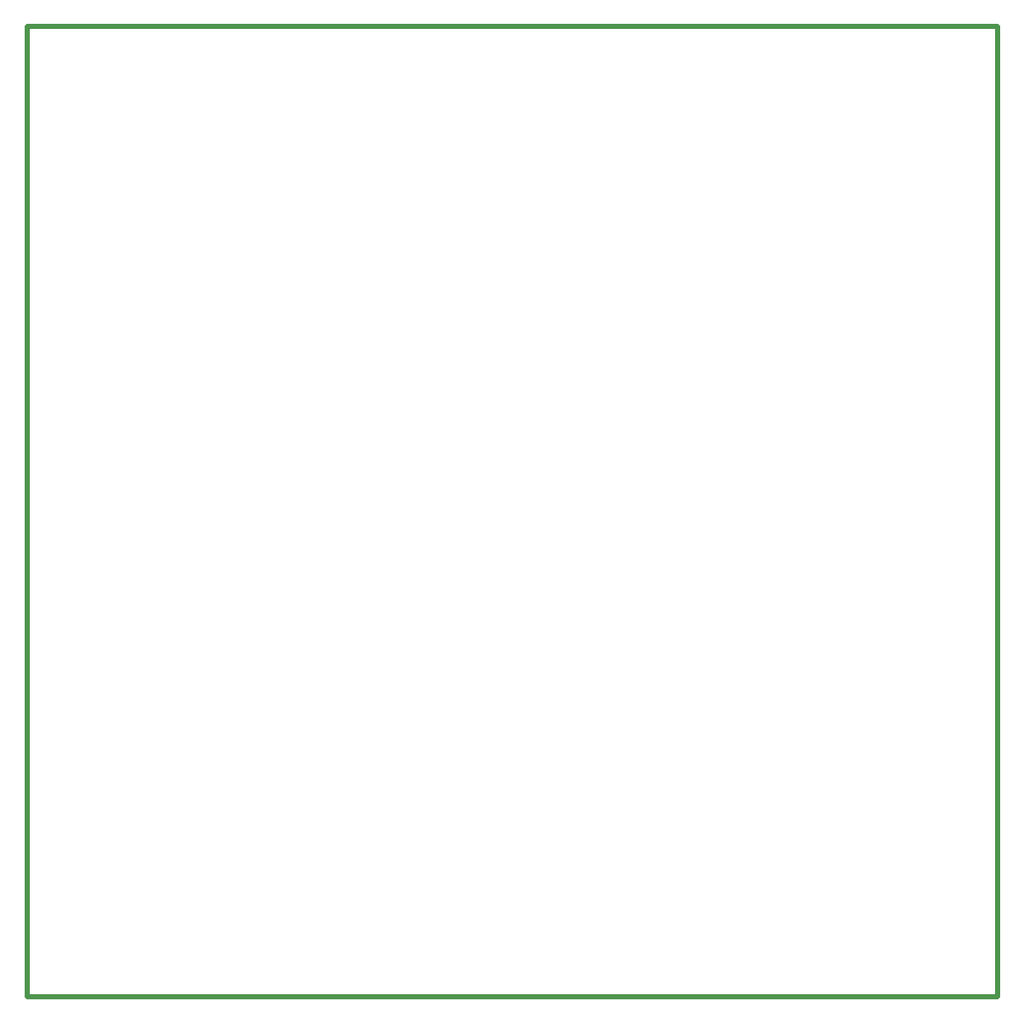
<source format=gko>
G04*
G04 #@! TF.GenerationSoftware,Altium Limited,Altium Designer,20.1.14 (287)*
G04*
G04 Layer_Color=16711935*
%FSLAX25Y25*%
%MOIN*%
G70*
G04*
G04 #@! TF.SameCoordinates,AE2E9B50-125B-4246-99C6-3B409F254E70*
G04*
G04*
G04 #@! TF.FilePolarity,Positive*
G04*
G01*
G75*
%ADD56C,0.02000*%
D56*
X0Y0D02*
Y380000D01*
X380000D01*
Y0D02*
Y380000D01*
X0Y0D02*
X380000D01*
M02*

</source>
